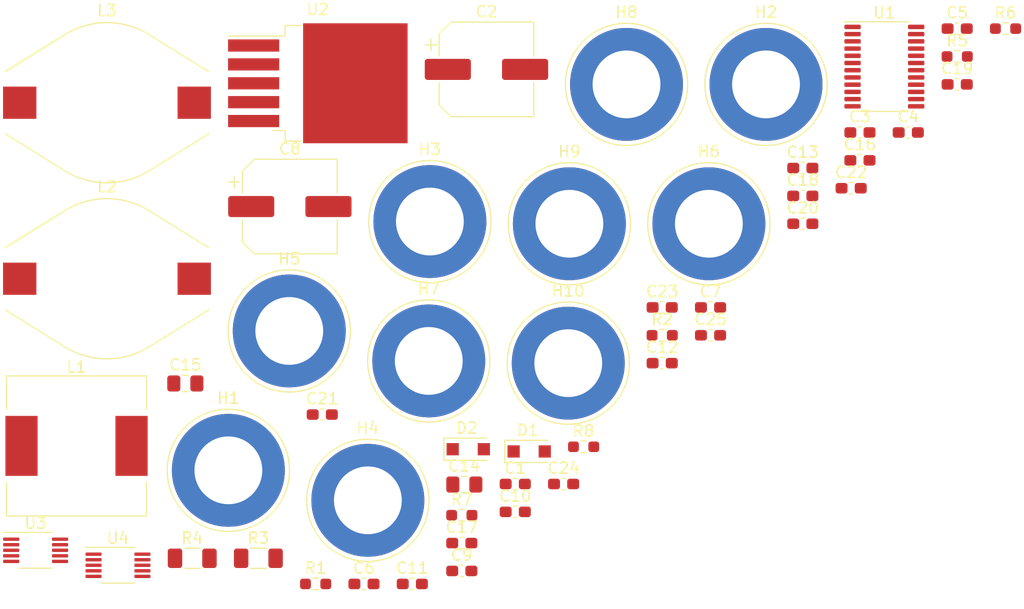
<source format=kicad_pcb>
(kicad_pcb (version 20211014) (generator pcbnew)
  (layers (0 "F.Cu" signal) (31 "B.Cu" signal) (34 "B.Paste" user) (35 "F.Paste" user) (36 "B.SilkS" user "B.Silkscreen") (37 "F.SilkS" user "F.Silkscreen") (38 "B.Mask" user) (39 "F.Mask" user) (44 "Edge.Cuts" user))
  (net 0 "")
  (net 1 "+12V")
  (net 2 "GND")
  (net 3 "Net-(C3-Pad1)")
  (net 4 "+3V3")
  (net 5 "Net-(A1-Pad39)")
  (net 6 "+5V")
  (net 7 "Net-(C12-Pad1)")
  (net 8 "Net-(C12-Pad2)")
  (net 9 "Net-(C13-Pad1)")
  (net 10 "Net-(C13-Pad2)")
  (net 11 "Net-(C14-Pad1)")
  (net 12 "Net-(C15-Pad1)")
  (net 13 "Net-(C16-Pad1)")
  (net 14 "Net-(C17-Pad1)")
  (net 15 "Net-(C18-Pad1)")
  (net 16 "Net-(C19-Pad1)")
  (net 17 "Net-(C20-Pad2)")
  (net 18 "Net-(C21-Pad2)")
  (net 19 "Net-(D2-Pad1)")
  (net 20 "Net-(H1-Pad1)")
  (net 21 "Net-(H2-Pad1)")
  (net 22 "Net-(H3-Pad1)")
  (net 23 "Net-(H4-Pad1)")
  (net 24 "Net-(H5-Pad1)")
  (net 25 "Net-(H6-Pad1)")
  (net 26 "/SDA")
  (net 27 "/SCL")
  (net 28 "/PS1_EN")
  (net 29 "Net-(R5-Pad2)")
  (net 30 "/PS2_EN")
  (net 31 "Net-(R6-Pad2)")
  (net 33 "/D0S")
  (net 34 "/D1S")
  (net 35 "/D2S")
  (net 36 "/D3S")
  (net 37 "/D4S")
  (net 38 "/D5S")
  (net 39 "/D6S")
  (net 40 "/D7S")
  (net 41 "/D7")
  (net 42 "/D6")
  (net 43 "/D5")
  (net 44 "/D4")
  (net 45 "/D3")
  (net 46 "/D2")
  (net 47 "/D1")
  (net 48 "/D0")
  (footprint "Inductor_SMD:L_12x12mm_H6mm" (layer "F.Cu") (at 109.374 123.824)
    (fp_text reference "L1" (at 0 -7.1) (layer "F.SilkS"))
    (fp_text value "330uF")
    (fp_line (start -6.3 -3.3) (end -6.3 -6.3) (layer "F.SilkS") (width 0.12))
    (fp_line (start 6.3 6.3) (end -6.3 6.3) (layer "F.SilkS") (width 0.12))
    (fp_line (start -6.3 -6.3) (end 6.3 -6.3) (layer "F.SilkS") (width 0.12))
    (fp_line (start 6.3 -6.3) (end 6.3 -3.3) (layer "F.SilkS") (width 0.12))
    (fp_line (start 6.3 3.3) (end 6.3 6.3) (layer "F.SilkS") (width 0.12))
    (fp_line (start -6.3 6.3) (end -6.3 3.3) (layer "F.SilkS") (width 0.12))
    (pad "1" smd rect (at -4.95 0) (size 2.9 5.4) (layers "F.Cu" "F.Paste" "F.Mask") (net 19 "Net-(D2-Pad1)"))
    (pad "2" smd rect (at 4.95 0) (size 2.9 5.4) (layers "F.Cu" "F.Paste" "F.Mask") (net 6 "+5V"))
  )
  (footprint "Capacitor_SMD:C_0603_1608Metric_Pad1.08x0.95mm_HandSolder" (layer "F.Cu") (at 135.234 136.254)
    (fp_text reference "C6" (at 0 -1.43) (layer "F.SilkS"))
    (fp_text value "0.1uF")
    (fp_line (start -0.146267 0.51) (end 0.146267 0.51) (layer "F.SilkS") (width 0.12))
    (fp_line (start -0.146267 -0.51) (end 0.146267 -0.51) (layer "F.SilkS") (width 0.12))
    (pad "1" smd roundrect (at -0.8625 0) (size 1.075 0.95) (layers "F.Cu" "F.Paste" "F.Mask") (net 4 "+3V3"))
    (pad "2" smd roundrect (at 0.8625 0) (size 1.075 0.95) (layers "F.Cu" "F.Paste" "F.Mask") (net 2 "GND"))
  )
  (footprint "Inductor_SMD:L_Bourns_SDR1806" (layer "F.Cu") (at 112.114 108.774)
    (fp_text reference "L2" (at 0 -8.3) (layer "F.SilkS"))
    (fp_text value "PM5022-100M-RC")
    (fp_line (start 4 -6) (end 9.15 -2.8) (layer "F.SilkS") (width 0.12))
    (fp_line (start -9.15 -2.8) (end -4 -6) (layer "F.SilkS") (width 0.15))
    (fp_line (start -4 6) (end -9.15 2.8) (layer "F.SilkS") (width 0.12))
    (fp_line (start 9.15 2.8) (end 4 6) (layer "F.SilkS") (width 0.12))
    (fp_arc (start -3.991604 -6.005589) (mid 0.005043 -7.211101) (end 4 -6) (layer "F.SilkS") (width 0.12))
    (fp_arc (start 3.991604 6.005589) (mid -0.005043 7.211101) (end -4 6) (layer "F.SilkS") (width 0.12))
    (pad "1" smd rect (at -7.85 0) (size 3 2.9) (layers "F.Cu" "F.Paste" "F.Mask") (net 8 "Net-(C12-Pad2)"))
    (pad "2" smd rect (at 7.85 0 180) (size 3 2.9) (layers "F.Cu" "F.Paste" "F.Mask") (net 17 "Net-(C20-Pad2)"))
  )
  (footprint "Diode_SMD:D_SOD-123F" (layer "F.Cu") (at 144.619 124.124)
    (fp_text reference "D2" (at -0.127 -1.905) (layer "F.SilkS"))
    (fp_text value "1N5819")
    (fp_line (start -2.2 1) (end 1.65 1) (layer "F.SilkS") (width 0.12))
    (fp_line (start -2.2 -1) (end -2.2 1) (layer "F.SilkS") (width 0.12))
    (fp_line (start -2.2 -1) (end 1.65 -1) (layer "F.SilkS") (width 0.12))
    (pad "1" smd rect (at -1.4 0) (size 1.1 1.1) (layers "F.Cu" "F.Paste" "F.Mask") (net 19 "Net-(D2-Pad1)"))
    (pad "2" smd rect (at 1.4 0) (size 1.1 1.1) (layers "F.Cu" "F.Paste" "F.Mask") (net 2 "GND"))
  )
  (footprint "Connector:Banana_Jack_1Pin" (layer "F.Cu") (at 158.854 91.274)
    (fp_text reference "H8" (at 0 -6.5) (layer "F.SilkS"))
    (fp_text value "PS1_GND")
    (fp_circle (center 0 0) (end 5.5 0) (layer "F.SilkS") (width 0.12) (fill none))
    (pad "1" thru_hole circle (at 0 0) (size 10.16 10.16) (drill 6.1) (layers *.Cu *.Mask) (net 2 "GND"))
  )
  (footprint "Capacitor_SMD:C_0603_1608Metric_Pad1.08x0.95mm_HandSolder" (layer "F.Cu") (at 188.604 91.274)
    (fp_text reference "C19" (at 0 -1.43) (layer "F.SilkS"))
    (fp_text value "10nF")
    (fp_line (start -0.146267 -0.51) (end 0.146267 -0.51) (layer "F.SilkS") (width 0.12))
    (fp_line (start -0.146267 0.51) (end 0.146267 0.51) (layer "F.SilkS") (width 0.12))
    (pad "1" smd roundrect (at -0.8625 0) (size 1.075 0.95) (layers "F.Cu" "F.Paste" "F.Mask") (net 16 "Net-(C19-Pad1)"))
    (pad "2" smd roundrect (at 0.8625 0) (size 1.075 0.95) (layers "F.Cu" "F.Paste" "F.Mask") (net 2 "GND"))
  )
  (footprint "Capacitor_SMD:C_0603_1608Metric_Pad1.08x0.95mm_HandSolder" (layer "F.Cu") (at 153.194 127.254)
    (fp_text reference "C24" (at 0 -1.43) (layer "F.SilkS"))
    (fp_text value "0.1uF")
    (fp_line (start -0.146267 -0.51) (end 0.146267 -0.51) (layer "F.SilkS") (width 0.12))
    (fp_line (start -0.146267 0.51) (end 0.146267 0.51) (layer "F.SilkS") (width 0.12))
    (pad "1" smd roundrect (at -0.8625 0) (size 1.075 0.95) (layers "F.Cu" "F.Paste" "F.Mask") (net 2 "GND"))
    (pad "2" smd roundrect (at 0.8625 0) (size 1.075 0.95) (layers "F.Cu" "F.Paste" "F.Mask") (net 4 "+3V3"))
  )
  (footprint "Capacitor_SMD:C_0603_1608Metric_Pad1.08x0.95mm_HandSolder" (layer "F.Cu") (at 166.414 113.864)
    (fp_text reference "C25" (at 0 -1.43) (layer "F.SilkS"))
    (fp_text value "0.1uF")
    (fp_line (start -0.146267 -0.51) (end 0.146267 -0.51) (layer "F.SilkS") (width 0.12))
    (fp_line (start -0.146267 0.51) (end 0.146267 0.51) (layer "F.SilkS") (width 0.12))
    (pad "1" smd roundrect (at -0.8625 0) (size 1.075 0.95) (layers "F.Cu" "F.Paste" "F.Mask") (net 2 "GND"))
    (pad "2" smd roundrect (at 0.8625 0) (size 1.075 0.95) (layers "F.Cu" "F.Paste" "F.Mask") (net 4 "+3V3"))
  )
  (footprint "Capacitor_SMD:C_0603_1608Metric_Pad1.08x0.95mm_HandSolder" (layer "F.Cu") (at 148.844 129.764)
    (fp_text reference "C10" (at 0 -1.43) (layer "F.SilkS"))
    (fp_text value "0.1uF")
    (fp_line (start -0.146267 -0.51) (end 0.146267 -0.51) (layer "F.SilkS") (width 0.12))
    (fp_line (start -0.146267 0.51) (end 0.146267 0.51) (layer "F.SilkS") (width 0.12))
    (pad "1" smd roundrect (at -0.8625 0) (size 1.075 0.95) (layers "F.Cu" "F.Paste" "F.Mask") (net 4 "+3V3"))
    (pad "2" smd roundrect (at 0.8625 0) (size 1.075 0.95) (layers "F.Cu" "F.Paste" "F.Mask") (net 2 "GND"))
  )
  (footprint "Resistor_SMD:R_0603_1608Metric_Pad0.98x0.95mm_HandSolder" (layer "F.Cu") (at 188.604 88.764)
    (fp_text reference "R5" (at 0 -1.43) (layer "F.SilkS"))
    (fp_text value "0")
    (fp_line (start -0.254724 -0.5225) (end 0.254724 -0.5225) (layer "F.SilkS") (width 0.12))
    (fp_line (start -0.254724 0.5225) (end 0.254724 0.5225) (layer "F.SilkS") (width 0.12))
    (pad "1" smd roundrect (at -0.9125 0) (size 0.975 0.95) (layers "F.Cu" "F.Paste" "F.Mask") (net 28 "/PS1_EN"))
    (pad "2" smd roundrect (at 0.9125 0) (size 0.975 0.95) (layers "F.Cu" "F.Paste" "F.Mask") (net 29 "Net-(R5-Pad2)"))
  )
  (footprint "Resistor_SMD:R_0603_1608Metric_Pad0.98x0.95mm_HandSolder" (layer "F.Cu") (at 154.994 123.904)
    (fp_text reference "R8" (at 0 -1.43) (layer "F.SilkS"))
    (fp_text value "2K55")
    (fp_line (start -0.254724 0.5225) (end 0.254724 0.5225) (layer "F.SilkS") (width 0.12))
    (fp_line (start -0.254724 -0.5225) (end 0.254724 -0.5225) (layer "F.SilkS") (width 0.12))
    (pad "1" smd roundrect (at -0.9125 0) (size 0.975 0.95) (layers "F.Cu" "F.Paste" "F.Mask") (net 14 "Net-(C17-Pad1)"))
    (pad "2" smd roundrect (at 0.9125 0) (size 0.975 0.95) (layers "F.Cu" "F.Paste" "F.Mask") (net 16 "Net-(C19-Pad1)"))
  )
  (footprint "Resistor_SMD:R_0603_1608Metric_Pad0.98x0.95mm_HandSolder" (layer "F.Cu") (at 144.034 130.064)
    (fp_text reference "R7" (at 0 -1.43) (layer "F.SilkS"))
    (fp_text value "2K55")
    (fp_line (start -0.254724 0.5225) (end 0.254724 0.5225) (layer "F.SilkS") (width 0.12))
    (fp_line (start -0.254724 -0.5225) (end 0.254724 -0.5225) (layer "F.SilkS") (width 0.12))
    (pad "1" smd roundrect (at -0.9125 0) (size 0.975 0.95) (layers "F.Cu" "F.Paste" "F.Mask") (net 13 "Net-(C16-Pad1)"))
    (pad "2" smd roundrect (at 0.9125 0) (size 0.975 0.95) (layers "F.Cu" "F.Paste" "F.Mask") (net 15 "Net-(C18-Pad1)"))
  )
  (footprint "Package_SO:VSSOP-10_3x3mm_P0.5mm" (layer "F.Cu") (at 105.694 133.224)
    (fp_text reference "U3" (at 0 -2.45) (layer "F.SilkS"))
    (fp_text value "INA228")
    (fp_line (start 0 1.61) (end -1.5 1.61) (layer "F.SilkS") (width 0.12))
    (fp_line (start 0 1.61) (end 1.5 1.61) (layer "F.SilkS") (width 0.12))
    (fp_line (start 0 -1.61) (end 1.5 -1.61) (layer "F.SilkS") (width 0.12))
    (fp_line (start 0 -1.61) (end -2.925 -1.61) (layer "F.SilkS") (width 0.12))
    (pad "1" smd roundrect (at -2.2 -1) (size 1.45 0.3) (layers "F.Cu" "F.Paste" "F.Mask") (net 2 "GND"))
    (pad "2" smd roundrect (at -2.2 -0.5) (size 1.45 0.3) (layers "F.Cu" "F.Paste" "F.Mask") (net 2 "GND"))
    (pad "3" smd roundrect (at -2.2 0) (size 1.45 0.3) (layers "F.Cu" "F.Paste" "F.Mask"))
    (pad "4" smd roundrect (at -2.2 0.5) (size 1.45 0.3) (layers "F.Cu" "F.Paste" "F.Mask") (net 26 "/SDA"))
    (pad "5" smd roundrect (at -2.2 1) (size 1.45 0.3) (layers "F.Cu" "F.Paste" "F.Mask") (net 27 "/SCL"))
    (pad "6" smd roundrect (at 2.2 1) (size 1.45 0.3) (layers "F.Cu" "F.Paste" "F.Mask") (net 4 "+3V3"))
    (pad "7" smd roundrect (at 2.2 0.5) (size 1.45 0.3) (layers "F.Cu" "F.Paste" "F.Mask") (net 2 "GND"))
    (pad "8" smd roundrect (at 2.2 0) (size 1.45 0.3) (layers "F.Cu" "F.Paste" "F.Mask") (net 20 "Net-(H1-Pad1)"))
    (pad "9" smd roundrect (at 2.2 -0.5) (size 1.45 0.3) (layers "F.Cu" "F.Paste" "F.Mask") (net 22 "Net-(H3-Pad1)"))
    (pad "10" smd roundrect (at 2.2 -1) (size 1.45 0.3) (layers "F.Cu" "F.Paste" "F.Mask") (net 21 "Net-(H2-Pad1)"))
  )
  (footprint "Capacitor_SMD:C_0603_1608Metric_Pad1.08x0.95mm_HandSolder" (layer "F.Cu") (at 179.064 100.624)
    (fp_text reference "C22" (at 0 -1.43) (layer "F.SilkS"))
    (fp_text value "0.1uF")
    (fp_line (start -0.146267 0.51) (end 0.146267 0.51) (layer "F.SilkS") (width 0.12))
    (fp_line (start -0.146267 -0.51) (end 0.146267 -0.51) (layer "F.SilkS") (width 0.12))
    (pad "1" smd roundrect (at -0.8625 0) (size 1.075 0.95) (layers "F.Cu" "F.Paste" "F.Mask") (net 2 "GND"))
    (pad "2" smd roundrect (at 0.8625 0) (size 1.075 0.95) (layers "F.Cu" "F.Paste" "F.Mask") (net 1 "+12V"))
  )
  (footprint "Resistor_SMD:R_0603_1608Metric_Pad0.98x0.95mm_HandSolder" (layer "F.Cu") (at 162.064 113.864)
    (fp_text reference "R2" (at 0 -1.43) (layer "F.SilkS"))
    (fp_text value "2K2")
    (fp_line (start -0.254724 -0.5225) (end 0.254724 -0.5225) (layer "F.SilkS") (width 0.12))
    (fp_line (start -0.254724 0.5225) (end 0.254724 0.5225) (layer "F.SilkS") (width 0.12))
    (pad "1" smd roundrect (at -0.9125 0) (size 0.975 0.95) (layers "F.Cu" "F.Paste" "F.Mask") (net 4 "+3V3"))
    (pad "2" smd roundrect (at 0.9125 0) (size 0.975 0.95) (layers "F.Cu" "F.Paste" "F.Mask") (net 27 "/SCL"))
  )
  (footprint "Capacitor_SMD:C_0603_1608Metric_Pad1.08x0.95mm_HandSolder" (layer "F.Cu") (at 139.584 136.254)
    (fp_text reference "C11" (at 0 -1.43) (layer "F.SilkS"))
    (fp_text value "0.1uF")
    (fp_line (start -0.146267 0.51) (end 0.146267 0.51) (layer "F.SilkS") (width 0.12))
    (fp_line (start -0.146267 -0.51) (end 0.146267 -0.51) (layer "F.SilkS") (width 0.12))
    (pad "1" smd roundrect (at -0.8625 0) (size 1.075 0.95) (layers "F.Cu" "F.Paste" "F.Mask") (net 4 "+3V3"))
    (pad "2" smd roundrect (at 0.8625 0) (size 1.075 0.95) (layers "F.Cu" "F.Paste" "F.Mask") (net 2 "GND"))
  )
  (footprint "Inductor_SMD:L_Bourns_SDR1806" (layer "F.Cu") (at 112.114 92.924)
    (fp_text reference "L3" (at 0 -8.3) (layer "F.SilkS"))
    (fp_text value "PM5022-100M-RC")
    (fp_line (start 4 -6) (end 9.15 -2.8) (layer "F.SilkS") (width 0.12))
    (fp_line (start 9.15 2.8) (end 4 6) (layer "F.SilkS") (width 0.12))
    (fp_line (start -9.15 -2.8) (end -4 -6) (layer "F.SilkS") (width 0.15))
    (fp_line (start -4 6) (end -9.15 2.8) (layer "F.SilkS") (width 0.12))
    (fp_arc (start 3.991604 6.005589) (mid -0.005043 7.211101) (end -4 6) (layer "F.SilkS") (width 0.12))
    (fp_arc (start -3.991604 -6.005589) (mid 0.005043 -7.211101) (end 4 -6) (layer "F.SilkS") (width 0.12))
    (pad "1" smd rect (at -7.85 0) (size 3 2.9) (layers "F.Cu" "F.Paste" "F.Mask") (net 10 "Net-(C13-Pad2)"))
    (pad "2" smd rect (at 7.85 0 180) (size 3 2.9) (layers "F.Cu" "F.Paste" "F.Mask") (net 18 "Net-(C21-Pad2)"))
  )
  (footprint "Connector:Banana_Jack_1Pin" (layer "F.Cu") (at 171.404 91.274)
    (fp_text reference "H2" (at 0 -6.5) (layer "F.SilkS"))
    (fp_text value "PM1_VIN_P")
    (fp_circle (center 0 0) (end 5.5 0) (layer "F.SilkS") (width 0.12) (fill none))
    (pad "1" thru_hole circle (at 0 0) (size 10.16 10.16) (drill 6.1) (layers *.Cu *.Mask) (net 21 "Net-(H2-Pad1)"))
  )
  (footprint "Diode_SMD:D_SOD-123F" (layer "F.Cu") (at 150.099 124.324)
    (fp_text reference "D1" (at -0.127 -1.905) (layer "F.SilkS"))
    (fp_text value "1N5819")
    (fp_line (start -2.2 -1) (end 1.65 -1) (layer "F.SilkS") (width 0.12))
    (fp_line (start -2.2 1) (end 1.65 1) (layer "F.SilkS") (width 0.12))
    (fp_line (start -2.2 -1) (end -2.2 1) (layer "F.SilkS") (width 0.12))
    (pad "1" smd rect (at -1.4 0) (size 1.1 1.1) (layers "F.Cu" "F.Paste" "F.Mask") (net 5 "Net-(A1-Pad39)"))
    (pad "2" smd rect (at 1.4 0) (size 1.1 1.1) (layers "F.Cu" "F.Paste" "F.Mask") (net 6 "+5V"))
  )
  (footprint "Capacitor_SMD:CP_Elec_8x11.9" (layer "F.Cu") (at 128.564 102.274)
    (fp_text reference "C8" (at 0 -5.2) (layer "F.SilkS"))
    (fp_text value "330uF")
    (fp_line (start -4.26 3.195563) (end -3.195563 4.26) (layer "F.SilkS") (width 0.12))
    (fp_line (start -3.195563 -4.26) (end 4.26 -4.26) (layer "F.SilkS") (width 0.12))
    (fp_line (start -4.26 -3.195563) (end -3.195563 -4.26) (layer "F.SilkS") (width 0.12))
    (fp_line (start -5 -2.71) (end -5 -1.71) (layer "F.SilkS") (width 0.12))
    (fp_line (start -4.26 3.195563) (end -4.26 1.21) (layer "F.SilkS") (width 0.12))
    (fp_line (start -5.5 -2.21) (end -4.5 -2.21) (layer "F.SilkS") (width 0.12))
    (fp_line (start -3.195563 4.26) (end 4.26 4.26) (layer "F.SilkS") (width 0.12))
    (fp_line (start 4.26 4.26) (end 4.26 1.21) (layer "F.SilkS") (width 0.12))
    (fp_line (start 4.26 -4.26) (end 4.26 -1.21) (layer "F.SilkS") (width 0.12))
    (fp_line (start -4.26 -3.195563) (end -4.26 -1.21) (layer "F.SilkS") (width 0.12))
    (pad "1" smd roundrect (at -3.475 0) (size 4.15 1.9) (layers "F.Cu" "F.Paste" "F.Mask") (roundrect_rratio 0.131579) (net 6 "+5V"))
    (pad "2" smd roundrect (at 3.475 0) (size 4.15 1.9) (layers "F.Cu" "F.Paste" "F.Mask") (roundrect_rratio 0.131579) (net 2 "GND"))
  )
  (footprint "Connector:Banana_Jack_1Pin" (layer "F.Cu") (at 141.164 103.624)
    (fp_text reference "H3" (at 0 -6.5) (layer "F.SilkS"))
    (fp_text value "PM1_VIN_N")
    (fp_circle (center 0 0) (end 5.5 0) (layer "F.SilkS") (width 0.12) (fill none))
    (pad "1" thru_hole circle (at 0 0) (size 10.16 10.16) (drill 6.1) (layers *.Cu *.Mask) (net 22 "Net-(H3-Pad1)"))
  )
  (footprint "Capacitor_SMD:C_0603_1608Metric_Pad1.08x0.95mm_HandSolder" (layer "F.Cu") (at 188.604 86.254)
    (fp_text reference "C5" (at 0 -1.43) (layer "F.SilkS"))
    (fp_text value "0.1uF")
    (fp_line (start -0.146267 -0.51) (end 0.146267 -0.51) (layer "F.SilkS") (width 0.12))
    (fp_line (start -0.146267 0.51) (end 0.146267 0.51) (layer "F.SilkS") (width 0.12))
    (pad "1" smd roundrect (at -0.8625 0) (size 1.075 0.95) (layers "F.Cu" "F.Paste" "F.Mask") (net 4 "+3V3"))
    (pad "2" smd roundrect (at 0.8625 0) (size 1.075 0.95) (layers "F.Cu" "F.Paste" "F.Mask") (net 2 "GND"))
  )
  (footprint "Capacitor_SMD:C_0603_1608Metric_Pad1.08x0.95mm_HandSolder" (layer "F.Cu") (at 148.844 127.254)
    (fp_text reference "C1" (at 0 -1.43) (layer "F.SilkS"))
    (fp_text value "0.1uF")
    (fp_line (start -0.146267 -0.51) (end 0.146267 -0.51) (layer "F.SilkS") (width 0.12))
    (fp_line (start -0.146267 0.51) (end 0.146267 0.51) (layer "F.SilkS") (width 0.12))
    (pad "1" smd roundrect (at -0.8625 0) (size 1.075 0.95) (layers "F.Cu" "F.Paste" "F.Mask") (net 1 "+12V"))
    (pad "2" smd roundrect (at 0.8625 0) (size 1.075 0.95) (layers "F.Cu" "F.Paste" "F.Mask") (net 2 "GND"))
  )
  (footprint "Package_SO:VSSOP-10_3x3mm_P0.5mm" (layer "F.Cu") (at 113.104 134.574)
    (fp_text reference "U4" (at 0 -2.45) (layer "F.SilkS"))
    (fp_text value "INA228")
    (fp_line (start 0 1.61) (end 1.5 1.61) (layer "F.SilkS") (width 0.12))
    (fp_line (start 0 -1.61) (end -2.925 -1.61) (layer "F.SilkS") (width 0.12))
    (fp_line (start 0 -1.61) (end 1.5 -1.61) (layer "F.SilkS") (width 0.12))
    (fp_line (start 0 1.61) (end -1.5 1.61) (layer "F.SilkS") (width 0.12))
    (pad "1" smd roundrect (at -2.2 -1) (size 1.45 0.3) (layers "F.Cu" "F.Paste" "F.Mask") (net 2 "GND"))
    (pad "2" smd roundrect (at -2.2 -0.5) (size 1.45 0.3) (layers "F.Cu" "F.Paste" "F.Mask") (net 4 "+3V3"))
    (pad "3" smd roundrect (at -2.2 0) (size 1.45 0.3) (layers "F.Cu" "F.Paste" "F.Mask"))
    (pad "4" smd roundrect (at -2.2 0.5) (size 1.45 0.3) (layers "F.Cu" "F.Paste" "F.Mask") (net 26 "/SDA"))
    (pad "5" smd roundrect (at -2.2 1) (size 1.45 0.3) (layers "F.Cu" "F.Paste" "F.Mask") (net 27 "/SCL"))
    (pad "6" smd roundrect (at 2.2 1) (size 1.45 0.3) (layers "F.Cu" "F.Paste" "F.Mask") (net 4 "+3V3"))
    (pad "7" smd roundrect (at 2.2 0.5) (size 1.45 0.3) (layers "F.Cu" "F.Paste" "F.Mask") (net 2 "GND"))
    (pad "8" smd roundrect (at 2.2 0) (size 1.45 0.3) (layers "F.Cu" "F.Paste" "F.Mask") (net 23 "Net-(H4-Pad1)"))
    (pad "9" smd roundrect (at 2.2 -0.5) (size 1.45 0.3) (layers "F.Cu" "F.Paste" "F.Mask") (net 25 "Net-(H6-Pad1)"))
    (pad "10" smd roundrect (at 2.2 -1) (size 1.45 0.3) (layers "F.Cu" "F.Paste" "F.Mask") (net 24 "Net-(H5-Pad1)"))
  )
  (footprint "Capacitor_SMD:C_0603_1608Metric_Pad1.08x0.95mm_HandSolder" (layer "F.Cu") (at 131.484 121.004)
    (fp_text reference "C21" (at 0 -1.43) (layer "F.SilkS"))
    (fp_text value "0.1uF")
    (fp_line (start -0.146267 0.51) (end 0.146267 0.51) (layer "F.SilkS") (width 0.12))
    (fp_line (start -0.146267 -0.51) (end 0.146267 -0.51) (layer "F.SilkS") (width 0.12))
    (pad "1" smd roundrect (at -0.8625 0) (size 1.075 0.95) (layers "F.Cu" "F.Paste" "F.Mask") (net 2 "GND"))
    (pad "2" smd roundrect (at 0.8625 0) (size 1.075 0.95) (layers "F.Cu" "F.Paste" "F.Mask") (net 18 "Net-(C21-Pad2)"))
  )
  (footprint "Connector:Banana_Jack_1Pin" (layer "F.Cu") (at 166.264 103.824)
    (fp_text reference "H6" (at 0 -6.5) (layer "F.SilkS"))
    (fp_text value "PM2_VIN_N")
    (fp_circle (center 0 0) (end 5.5 0) (layer "F.SilkS") (width 0.12) (fill none))
    (pad "1" thru_hole circle (at 0 0) (size 10.16 10.16) (drill 6.1) (layers *.Cu *.Mask) (net 25 "Net-(H6-Pad1)"))
  )
  (footprint "Connector:Banana_Jack_1Pin" (layer "F.Cu") (at 153.714 103.824)
    (fp_text reference "H9" (at 0 -6.5) (layer "F.SilkS"))
    (fp_text value "PS2_OUT")
    (fp_circle (center 0 0) (end 5.5 0) (layer "F.SilkS") (width 0.12) (fill none))
    (pad "1" thru_hole circle (at 0 0) (size 10.16 10.16) (drill 6.1) (layers *.Cu *.Mask) (net 18 "Net-(C21-Pad2)"))
  )
  (footprint "Capacitor_SMD:C_0603_1608Metric_Pad1.08x0.95mm_HandSolder" (layer "F.Cu") (at 166.414 111.354)
    (fp_text reference "C7" (at 0 -1.43) (layer "F.SilkS"))
    (fp_text value "0.1uF")
    (fp_line (start -0.146267 -0.51) (end 0.146267 -0.51) (layer "F.SilkS") (width 0.12))
    (fp_line (start -0.146267 0.51) (end 0.146267 0.51) (layer "F.SilkS") (width 0.12))
    (pad "1" smd roundrect (at -0.8625 0) (size 1.075 0.95) (layers "F.Cu" "F.Paste" "F.Mask") (net 5 "Net-(A1-Pad39)"))
    (pad "2" smd roundrect (at 0.8625 0) (size 1.075 0.95) (layers "F.Cu" "F.Paste" "F.Mask") (net 2 "GND"))
  )
  (footprint "Capacitor_SMD:CP_Elec_8x11.9" (layer "F.Cu") (at 146.254 89.924)
    (fp_text reference "C2" (at 0 -5.2) (layer "F.SilkS"))
    (fp_text value "100uF")
    (fp_line (start -3.195563 -4.26) (end 4.26 -4.26) (layer "F.SilkS") (width 0.12))
    (fp_line (start -4.26 -3.195563) (end -4.26 -1.21) (layer "F.SilkS") (width 0.12))
    (fp_line (start 4.26 4.26) (end 4.26 1.21) (layer "F.SilkS") (width 0.12))
    (fp_line (start -5 -2.71) (end -5 -1.71) (layer "F.SilkS") (width 0.12))
    (fp_line (start -4.26 -3.195563) (end -3.195563 -4.26) (layer "F.SilkS") (width 0.12))
    (fp_line (start -5.5 -2.21) (end -4.5 -2.21) (layer "F.SilkS") (width 0.12))
    (fp_line (start 4.26 -4.26) (end 4.26 -1.21) (layer "F.SilkS") (width 0.12))
    (fp_line (start -3.195563 4.26) (end 4.26 4.26) (layer "F.SilkS") (width 0.12))
    (fp_line (start -4.26 3.195563) (end -3.195563 4.26) (layer "F.SilkS") (width 0.12))
    (fp_line (start -4.26 3.195563) (end -4.26 1.21) (layer "F.SilkS") (width 0.12))
    (pad "1" smd roundrect (at -3.475 0) (size 4.15 1.9) (layers "F.Cu" "F.Paste" "F.Mask") (roundrect_rratio 0.131579) (net 1 "+12V"))
    (pad "2" smd roundrect (at 3.475 0) (size 4.15 1.9) (layers "F.Cu" "F.Paste" "F.Mask") (roundrect_rratio 0.131579) (net 2 "GND"))
  )
  (footprint "Connector:Banana_Jack_1Pin" (layer "F.Cu") (at 153.614 116.374)
    (fp_text reference "H10" (at 0 -6.5) (layer "F.SilkS"))
    (fp_text value "PS2_GND")
    (fp_circle (center 0 0) (end 5.5 0) (layer "F.SilkS") (width 0.12) (fill none))
    (pad "1" thru_hole circle (at 0 0) (size 10.16 10.16) (drill 6.1) (layers *.Cu *.Mask) (net 2 "GND"))
  )
  (footprint "Capacitor_SMD:C_0603_1608Metric_Pad1.08x0.95mm_HandSolder" (layer "F.Cu") (at 179.854 98.114)
    (fp_text reference "C16" (at 0 -1.43) (layer "F.SilkS"))
    (fp_text value "47pF")
    (fp_line (start -0.146267 -0.51) (end 0.146267 -0.51) (layer "F.SilkS") (width 0.12))
    (fp_line (start -0.146267 0.51) (end 0.146267 0.51) (layer "F.SilkS") (width 0.12))
    (pad "1" smd roundrect (at -0.8625 0) (size 1.075 0.95) (layers "F.Cu" "F.Paste" "F.Mask") (net 13 "Net-(C16-Pad1)"))
    (pad "2" smd roundrect (at 0.8625 0) (size 1.075 0.95) (layers "F.Cu" "F.Paste" "F.Mask") (net 2 "GND"))
  )
  (footprint "Connector:Banana_Jack_1Pin" (layer "F.Cu") (at 135.584 128.724)
    (fp_text reference "H4" (at 0 -6.5) (layer "F.SilkS"))
    (fp_text value "PM2_VBUS")
    (fp_circle (center 0 0) (end 5.5 0) (layer "F.SilkS") (width 0.12) (fill none))
    (pad "1" thru_hole circle (at 0 0) (size 10.16 10.16) (drill 6.1) (layers *.Cu *.Mask) (net 23 "Net-(H4-Pad1)"))
  )
  (footprint "Resistor_SMD:R_0603_1608Metric_Pad0.98x0.95mm_HandSolder" (layer "F.Cu") (at 192.954 86.254)
    (fp_text reference "R6" (at 0 -1.43) (layer "F.SilkS"))
    (fp_text value "0")
    (fp_line (start -0.254724 -0.5225) (end 0.254724 -0.5225) (layer "F.SilkS") (width 0.12))
    (fp_line (start -0.254724 0.5225) (end 0.254724 0.5225) (layer "F.SilkS") (width 0.12))
    (pad "1" smd roundrect (at -0.9125 0) (size 0.975 0.95) (layers "F.Cu" "F.Paste" "F.Mask") (net 30 "/PS2_EN"))
    (pad "2" smd roundrect (at 0.9125 0) (size 0.975 0.95) (layers "F.Cu" "F.Paste" "F.Mask") (net 31 "Net-(R6-Pad2)"))
  )
  (footprint "Capacitor_SMD:C_0805_2012Metric_Pad1.18x1.45mm_HandSolder" (layer "F.Cu") (at 119.164 118.204)
    (fp_text reference "C15" (at 0 -1.68) (layer "F.SilkS"))
    (fp_text value "2.2uF")
    (fp_line (start -0.261252 0.735) (end 0.261252 0.735) (layer "F.SilkS") (width 0.12))
    (fp_line (start -0.261252 -0.735) (end 0.261252 -0.735) (layer "F.SilkS") (width 0.12))
    (pad "1" smd roundrect (at -1.0375 0) (size 1.175 1.45) (layers "F.Cu" "F.Paste" "F.Mask") (roundrect_rratio 0.212766) (net 12 "Net-(C15-Pad1)"))
    (pad "2" smd roundrect (at 1.0375 0) (size 1.175 1.45) (layers "F.Cu" "F.Paste" "F.Mask") (roundrect_rratio 0.212766) (net 4 "+3V3"))
  )
  (footprint "Capacitor_SMD:C_0603_1608Metric_Pad1.08x0.95mm_HandSolder" (layer "F.Cu") (at 174.714 103.824)
    (fp_text reference "C20" (at 0 -1.43) (layer "F.SilkS"))
    (fp_text value "0.1uF")
    (fp_line (start -0.146267 0.51) (end 0.146267 0.51) (layer "F.SilkS") (width 0.12))
    (fp_line (start -0.146267 -0.51) (end 0.146267 -0.51) (layer "F.SilkS") (width 0.12))
    (pad "1" smd roundrect (at -0.8625 0) (size 1.075 0.95) (layers "F.Cu" "F.Paste" "F.Mask") (net 2 "GND"))
    (pad "2" smd roundrect (at 0.8625 0) (size 1.075 0.95) (layers "F.Cu" "F.Paste" "F.Mask") (net 17 "Net-(C20-Pad2)"))
  )
  (footprint "Package_SO:TSSOP-24_4.4x7.8mm_P0.65mm" (layer "F.Cu") (at 182.054 89.674)
    (fp_text reference "U1" (at 0 -4.85) (layer "F.SilkS"))
    (fp_text value "SN74LXC8T245PW")
    (fp_line (start 0 -4.035) (end 2.2 -4.035) (layer "F.SilkS") (width 0.12))
    (fp_line (start 0 -4.035) (end -3.6 -4.035) (layer "F.SilkS") (width 0.12))
    (fp_line (start 0 4.035) (end -2.2 4.035) (layer "F.SilkS") (width 0.12))
    (fp_line (start 0 4.035) (end 2.2 4.035) (layer "F.SilkS") (width 0.12))
    (pad "1" smd roundrect (at -2.8625 -3.575) (size 1.475 0.4) (layers "F.Cu" "F.Paste" "F.Mask") (net 4 "+3V3"))
    (pad "2" smd roundrect (at -2.8625 -2.925) (size 1.475 0.4) (layers "F.Cu" "F.Paste" "F.Mask"))
    (pad "3" smd roundrect (at -2.8625 -2.275) (size 1.475 0.4) (layers "F.Cu" "F.Paste" "F.Mask") (net 33 "/D0S"))
    (pad "4" smd roundrect (at -2.8625 -1.625) (size 1.475 0.4) (layers "F.Cu" "F.Paste" "F.Mask") (net 34 "/D1S"))
    (pad "5" smd roundrect (at -2.8625 -0.975) (size 1.475 0.4) (layers "F.Cu" "F.Paste" "F.Mask") (net 35 "/D2S"))
    (pad "6" smd roundrect (at -2.8625 -0.325) (size 1.475 0.4) (layers "F.Cu" "F.Paste" "F.Mask") (net 36 "/D3S"))
    (pad "7" smd roundrect (at -2.8625 0.325) (size 1.475 0.4) (layers "F.Cu" "F.Paste" "F.Mask") (net 37 "/D4S"))
    (pad "8" smd roundrect (at -2.8625 0.975) (size 1.475 0.4) (layers "F.Cu" "F.Paste" "F.Mask") (net 38 "/D5S"))
    (pad "9" smd roundrect (at -2.8625 1.625) (size 1.475 0.4) (layers "F.Cu" "F.Paste" "F.Mask") (net 39 "/D6S"))
    (pad "10" smd roundrect (at -2.8625 2.275) (size 1.475 0.4) (layers "F.Cu" "F.Paste" "F.Mask") (net 40 "/D7S"))
    (pad "11" smd roundrect (at -2.8625 2.925) (size 1.475 0.4) (layers "F.Cu" "F.Paste" "F.Mask") (net 2 "GND"))
    (pad "12" smd roundrect (at -2.8625 3.575) (size 1.475 0.4) (layers "F.Cu" "F.Paste" "F.Mask") (net 2 "GND"))
    (pad "13" smd roundrect (at 2.8625 3.575) (size 1.475 0.4) (layers "F.Cu" "F.Paste" "F.Mask") (net 2 "GND"))
    (pad "14" smd roundrect (at 2.8625 2.925) (size 1.475 0.4) (layers "F.Cu" "F.Paste" "F.Mask") (net 41 "/D7"))
    (pad "15" smd roundrect (at 2.8625 2.275) (size 1.475 0.4) (layers "F.Cu" "F.Paste" "F.Mask") (net 42 "/D6"))
    (pad "16" smd roundrect (at 2.8625 1.625) (size 1.475 0.4) (layers "F.Cu" "F.Paste" "F.Mask") (net 43 "/D5"))
    (pad "17" smd roundrect (at 2.8625 0.975) (size 1.475 0.4) (layers "F.Cu" "F.Paste" "F.Mask") (net 44 "/D4"))
    (pad "18" smd roundrect (at 2.8625 0.325) (size 1.475 0.4) (layers "F.Cu" "F.Paste" "F.Mask") (net 45 "/D3"))
    (pad "19" smd roundrect (at 2.8625 -0.325) (size 1.475 0.4) (layers "F.Cu" "F.Paste" "F.Mask") (net 46 "/D2"))
    (pad "20" smd roundrect (at 2.8625 -0.975) (size 1.475 0.4) (layers "F.Cu" "F.Paste" "F.Mask") (net 47 "/D1"))
    (pad "21" smd roundrect (at 2.8625 -1.625) (size 1.475 0.4) (layers "F.Cu" "F.Paste" "F.Mask") (net 48 "/D0"))
    (pad "22" smd roundrect (at 2.8625 -2.275) (size 1.475 0.4) (layers "F.Cu" "F.Paste" "F.Mask"))
    (pad "23" smd roundrect (at 2.8625 -2.925) (size 1.475 0.4) (layers "F.Cu" "F.Paste" "F.Mask") (net 3 "Net-(C3-Pad1)"))
    (pad "24" smd roundrect (at 2.8625 -3.575) (size 1.475 0.4) (layers "F.Cu" "F.Paste" "F.Mask") (net 3 "Net-(C3-Pad1)"))
  )
  (footprint "Connector:Banana_Jack_1Pin" (layer "F.Cu") (at 128.514 113.474)
    (fp_text reference "H5" (at 0 -6.5) (layer "F.SilkS"))
    (fp_text value "PM2_VIN_P")
    (fp_circle (center 0 0) (end 5.5 0) (layer "F.SilkS") (width 0.12) (fill none))
    (pad "1" thru_hole circle (at 0 0) (size 10.16 10.16) (drill 6.1) (layers *.Cu *.Mask) (net 24 "Net-(H5-Pad1)"))
  )
  (footprint "Capacitor_SMD:C_0603_1608Metric_Pad1.08x0.95mm_HandSolder" (layer "F.Cu") (at 144.034 135.084)
    (fp_text reference "C9" (at 0 -1.43) (layer "F.SilkS"))
    (fp_text value "0.1uF")
    (fp_line (start -0.146267 -0.51) (end 0.146267 -0.51) (layer "F.SilkS") (width 0.12))
    (fp_line (start -0.146267 0.51) (end 0.146267 0.51) (layer "F.SilkS") (width 0.12))
    (pad "1" smd roundrect (at -0.8625 0) (size 1.075 0.95) (layers "F.Cu" "F.Paste" "F.Mask") (net 6 "+5V"))
    (pad "2" smd roundrect (at 0.8625 0) (size 1.075 0.95) (layers "F.Cu" "F.Paste" "F.Mask") (net 2 "GND"))
  )
  (footprint "Resistor_SMD:R_1206_3216Metric_Pad1.30x1.75mm_HandSolder" (layer "F.Cu") (at 125.734 133.944)
    (fp_text reference "R3" (at 0 -1.82) (layer "F.SilkS"))
    (fp_text value "0.1")
    (fp_line (start -0.727064 0.91) (end 0.727064 0.91) (layer "F.SilkS") (width 0.12))
    (fp_line (start -0.727064 -0.91) (end 0.727064 -0.91) (layer "F.SilkS") (width 0.12))
    (pad "1" smd roundrect (at -1.55 0) (size 1.3 1.75) (layers "F.Cu" "F.Paste" "F.Mask") (roundrect_rratio 0.192308) (net 21 "Net-(H2-Pad1)"))
    (pad "2" smd roundrect (at 1.55 0) (size 1.3 1.75) (layers "F.Cu" "F.Paste" "F.Mask") (roundrect_rratio 0.192308) (net 22 "Net-(H3-Pad1)"))
  )
  (footprint "Resistor_SMD:R_0603_1608Metric_Pad0.98x0.95mm_HandSolder" (layer "F.Cu") (at 130.884 136.254)
    (fp_text reference "R1" (at 0 -1.43) (layer "F.SilkS"))
    (fp_text value "2K2")
    (fp_line (start -0.254724 0.5225) (end 0.254724 0.5225) (layer "F.SilkS") (width 0.12))
    (fp_line (start -0.254724 -0.5225) (end 0.254724 -0.5225) (layer "F.SilkS") (width 0.12))
    (pad "1" smd roundrect (at -0.9125 0) (size 0.975 0.95) (layers "F.Cu" "F.Paste" "F.Mask") (net 4 "+3V3"))
    (pad "2" smd roundrect (at 0.9125 0) (size 0.975 0.95) (layers "F.Cu" "F.Paste" "F.Mask") (net 26 "/SDA"))
  )
  (footprint "Capacitor_SMD:C_0603_1608Metric_Pad1.08x0.95mm_HandSolder" (layer "F.Cu") (at 174.714 98.804)
    (fp_text reference "C13" (at 0 -1.43) (layer "F.SilkS"))
    (fp_text value "0.1uF")
    (fp_line (start -0.146267 -0.51) (end 0.146267 -0.51) (layer "F.SilkS") (width 0.12))
    (fp_line (start -0.146267 0.51) (end 0.146267 0.51) (layer "F.SilkS") (width 0.12))
    (pad "1" smd roundrect (at -0.8625 0) (size 1.075 0.95) (layers "F.Cu" "F.Paste" "F.Mask") (net 9 "Net-(C13-Pad1)"))
    (pad "2" smd roundrect (at 0.8625 0) (size 1.075 0.95) (layers "F.Cu" "F.Paste" "F.Mask") (net 10 "Net-(C13-Pad2)"))
  )
  (footprint "Resistor_SMD:R_1206_3216Metric_Pad1.30x1.75mm_HandSolder" (layer "F.Cu") (at 119.784 133.944)
    (fp_text reference "R4" (at 0 -1.82) (layer "F.SilkS"))
    (fp_text value "0.1")
    (fp_line (start -0.727064 0.91) (end 0.727064 0.91) (layer "F.SilkS") (width 0.12))
    (fp_line (start -0.727064 -0.91) (end 0.727064 -0.91) (layer "F.SilkS") (width 0.12))
    (pad "1" smd roundrect (at -1.55 0) (size 1.3 1.75) (layers "F.Cu" "F.Paste" "F.Mask") (roundrect_rratio 0.192308) (net 24 "Net-(H5-Pad1)"))
    (pad "2" smd roundrect (at 1.55 0) (size 1.3 1.75) (layers "F.Cu" "F.Paste" "F.Mask") (roundrect_rratio 0.192308) (net 25 "Net-(H6-Pad1)"))
  )
  (footprint "Connector:Banana_Jack_1Pin" (layer "F.Cu") (at 123.034 126.024)
    (fp_text reference "H1" (at 0 -6.5) (layer "F.SilkS"))
    (fp_text value "PM1_VBUS")
    (fp_circle (center 0 0) (end 5.5 0) (layer "F.SilkS") (width 0.12) (fill none))
    (pad "1" thru_hole circle (at 0 0) (size 10.16 10.16) (drill 6.1) (layers *.Cu *.Mask) (net 20 "Net-(H1-Pad1)"))
  )
  (footprint "Capacitor_SMD:C_0603_1608Metric_Pad1.08x0.95mm_HandSolder" (layer "F.Cu") (at 184.204 95.604)
    (fp_text reference "C4" (at 0 -1.43) (layer "F.SilkS"))
    (fp_text value "1uF")
    (fp_line (start -0.146267 -0.51) (end 0.146267 -0.51) (layer "F.SilkS") (width 0.12))
    (fp_line (start -0.146267 0.51) (end 0.146267 0.51) (layer "F.SilkS") (width 0.12))
    (pad "1" smd roundrect (at -0.8625 0) (size 1.075 0.95) (layers "F.Cu" "F.Paste" "F.Mask") (net 3 "Net-(C3-Pad1)"))
    (pad "2" smd roundrect (at 0.8625 0) (size 1.075 0.95) (layers "F.Cu" "F.Paste" "F.Mask") (net 2 "GND"))
  )
  (footprint "Connector:Banana_Jack_1Pin" (layer "F.Cu") (at 141.064 116.174)
    (fp_text reference "H7" (at 0 -6.5) (layer "F.SilkS"))
    (fp_text value "PS1_OUT")
    (fp_circle (center 0 0) (end 5.5 0) (layer "F.SilkS") (width 0.12) (fill none))
    (pad "1" thru_hole circle (at 0 0) (size 10.16 10.16) (drill 6.1) (layers *.Cu *.Mask) (net 17 "Net-(C20-Pad2)"))
  )
  (footprint "Capacitor_SMD:C_0603_1608Metric_Pad1.08x0.95mm_HandSolder" (layer "F.Cu") (at 162.064 111.354)
    (fp_text reference "C23" (at 0 -1.43) (layer "F.SilkS"))
    (fp_text value "0.1uF")
    (fp_line (start -0.146267 0.51) (end 0.146267 0.51) (layer "F.SilkS") (width 0.12))
    (fp_line (start -0.146267 -0.51) (end 0.146267 -0.51) (layer "F.SilkS") (width 0.12))
    (pad "1" smd roundrect (at -0.8625 0) (size 1.075 0.95) (layers "F.Cu" "F.Paste" "F.Mask") (net 2 "GND"))
    (pad "2" smd roundrect (at 0.8625 0) (size 1.075 0.95) (layers "F.Cu" "F.Paste" "F.Mask") (net 1 "+12V"))
  )
  (footprint "Capacitor_SMD:C_0603_1608Metric_Pad1.08x0.95mm_HandSolder" (layer "F.Cu") (at 174.714 101.314)
    (fp_text reference "C18" (at 0 -1.43) (layer "F.SilkS"))
    (fp_text value "10nF")
    (fp_line (start -0.146267 0.51) (end 0.146267 0.51) (layer "F.SilkS") (width 0.12))
    (fp_line (start -0.146267 -0.51) (end 0.146267 -0.51) (layer "F.SilkS") (width 0.12))
    (pad "1" smd roundrect (at -0.8625 0) (size 1.075 0.95) (layers "F.Cu" "F.Paste" "F.Mask") (net 15 "Net-(C18-Pad1)"))
    (pad "2" smd roundrect (at 0.8625 0) (size 1.075 0.95) (layers "F.Cu" "F.Paste" "F.Mask") (net 2 "GND"))
  )
  (footprint "Package_TO_SOT_SMD:TO-263-5_TabPin3" (layer "F.Cu") (at 131.084 91.174)
    (fp_text reference "U2" (at 0 -6.65) (layer "F.SilkS"))
    (fp_text value "LM2575-5.0BU")
    (fp_line (start -2.95 5.2) (end -2.95 4.25) (layer "F.SilkS") (width 0.12))
    (fp_line (start -2.95 -5.2) (end -2.95 -4.25) (layer "F.SilkS") (width 0.12))
    (fp_line (start -2.95 -4.25) (end -8.075 -4.25) (layer "F.SilkS") (width 0.12))
    (fp_line (start -1.45 5.2) (end -2.95 5.2) (layer "F.SilkS") (width 0.12))
    (fp_line (start -1.45 -5.2) (end -2.95 -5.2) (layer "F.SilkS") (width 0.12))
    (fp_line (start -2.95 4.25) (end -4.05 4.25) (layer "F.SilkS") (width 0.12))
    (pad "1" smd rect (at -5.775 -3.4) (size 4.6 1.1) (layers "F.Cu" "F.Paste" "F.Mask") (net 1 "+12V"))
    (pad "2" smd rect (at -5.775 -1.7) (size 4.6 1.1) (layers "F.Cu" "F.Paste" "F.Mask") (net 19 "Net-(D2-Pad1)"))
    (pad "3" smd rect (at 3.375 0) (size 9.4 10.8) (layers "F.Cu" "F.Mask") (net 2 "GND"))
    (pad "3" smd rect (at -5.775 0) (size 4.6 1.1) (layers "F.Cu" "F.Paste" "F.Mask") (net 2 "GND"))
    (pad "4" smd rect (at -5.775 1.7) (size 4.6 1.1) (layers "F.Cu" "F.Paste" "F.Mask") (net 6 "+5V"))
    (pad "5" smd rect (at -5.775 3.4) (size 4.6 1.1) (layers "F.Cu" "F.Paste" "F.Mask") (net 2 "GND"))
  )
  (footprint "Capacitor_SMD:C_0603_1608Metric_Pad1.08x0.95mm_HandSolder" (layer "F.Cu") (at 162.064 116.374)
    (fp_text reference "C12" (at 0 -1.43) (layer "F.SilkS"))
    (fp_text value "0.1uF")
    (fp_line (start -0.146267 0.51) (end 0.146267 0.51) (layer "F.SilkS") (width 0.12))
    (fp_line (start -0.146267 -0.51) (end 0.146267 -0.51) (layer "F.SilkS") (width 0.12))
    (pad "1" smd roundrect (at -0.8625 0) (size 1.075 0.95) (layers "F.Cu" "F.Paste" "F.Mask") (net 7 "Net-(C12-Pad1)"))
    (pad "2" smd roundrect (at 0.8625 0) (size 1.075 0.95) (layers "F.Cu" "F.Paste" "F.Mask") (net 8 "Net-(C12-Pad2)"))
  )
  (footprint "Capacitor_SMD:C_0603_1608Metric_Pad1.08x0.95mm_HandSolder" (layer "F.Cu") (at 179.854 95.604)
    (fp_text reference "C3" (at 0 -1.43) (layer "F.SilkS"))
    (fp_text value "0.1uF")
    (fp_line (start -0.146267 -0.51) (end 0.146267 -0.51) (layer "F.SilkS") (width 0.12))
    (fp_line (start -0.146267 0.51) (end 0.146267 0.51) (layer "F.SilkS") (width 0.12))
    (pad "1" smd roundrect (at -0.8625 0) (size 1.075 0.95) (layers "F.Cu" "F.Paste" "F.Mask") (net 3 "Net-(C3-Pad1)"))
    (pad "2" smd roundrect (at 0.8625 0) (size 1.075 0.95) (layers "F.Cu" "F.Paste" "F.Mask") (net 2 "GND"))
  )
  (footprint "Capacitor_SMD:C_0805_2012Metric_Pad1.18x1.45mm_HandSolder" (layer "F.Cu") (at 144.264 127.304)
    (fp_text reference "C14" (at 0 -1.68) (layer "F.SilkS"))
    (fp_text value "2.2uF")
    (fp_line (start -0.261252 0.735) (end 0.261252 0.735) (layer "F.SilkS") (width 0.12))
    (fp_line (start -0.261252 -0.735) (end 0.261252 -0.735) (layer "F.SilkS") (width 0.12))
    (pad "1" smd roundrect (at -1.0375 0) (size 1.175 1.45) (layers "F.Cu" "F.Paste" "F.Mask") (roundrect_rratio 0.212766) (net 11 "Net-(C14-Pad1)"))
    (pad "2" smd roundrect (at 1.0375 0) (size 1.175 1.45) (layers "F.Cu" "F.Paste" "F.Mask") (roundrect_rratio 0.212766) (net 4 "+3V3"))
  )
  (footprint "Capacitor_SMD:C_0603_1608Metric_Pad1.08x0.95mm_HandSolder" (layer "F.Cu") (at 144.034 132.574)
    (fp_text reference "C17" (at 0 -1.43) (layer "F.SilkS"))
    (fp_text value "47pF")
    (fp_line (start -0.146267 0.51) (end 0.146267 0.51) (layer "F.SilkS") (width 0.12))
    (fp_line (start -0.146267 -0.51) (end 0.146267 -0.51) (layer "F.SilkS") (width 0.12))
    (pad "1" smd roundrect (at -0.8625 0) (size 1.075 0.95) (layers "F.Cu" "F.Paste" "F.Mask") (net 14 "Net-(C17-Pad1)"))
    (pad "2" smd roundrect (at 0.8625 0) (size 1.075 0.95) (layers "F.Cu" "F.Paste" "F.Mask") (net 2 "GND"))
  )
)
</source>
